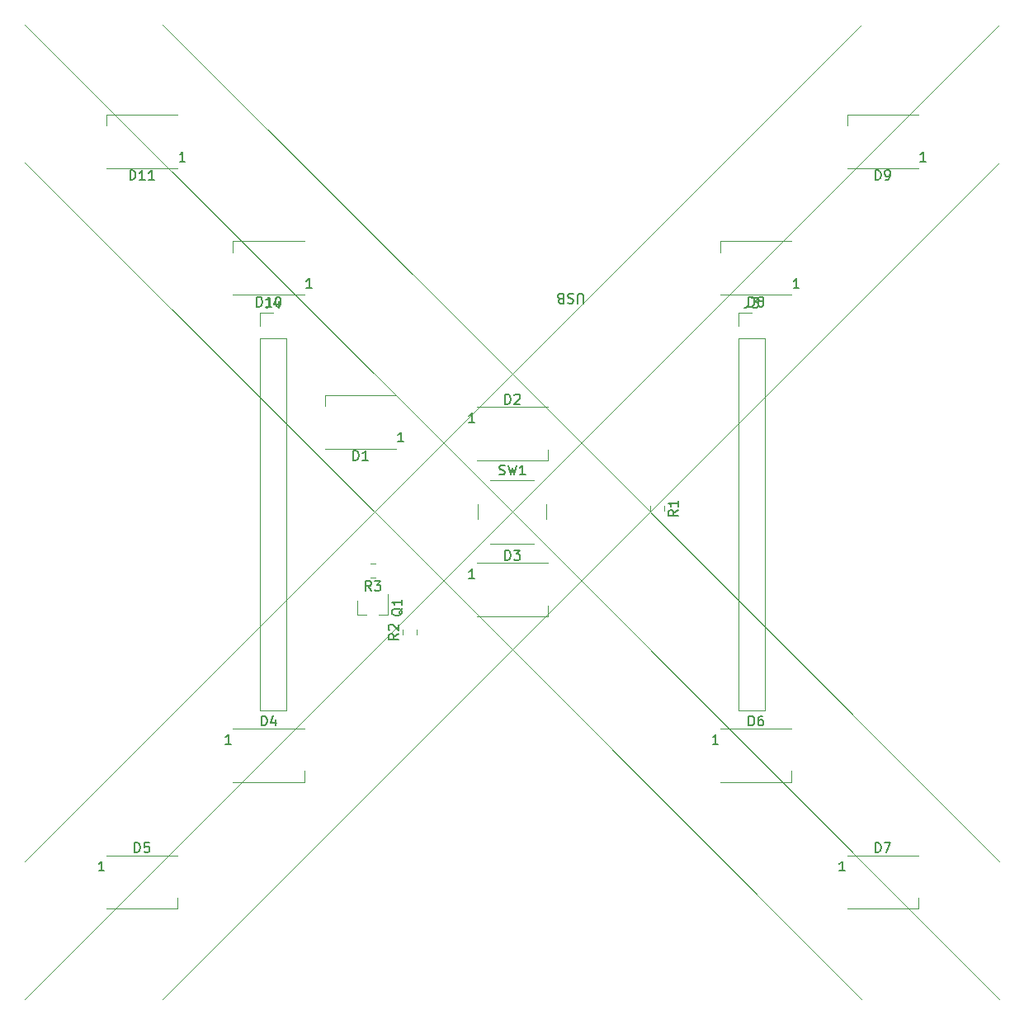
<source format=gbr>
G04 #@! TF.GenerationSoftware,KiCad,Pcbnew,5.1.5+dfsg1-2build2*
G04 #@! TF.CreationDate,2021-03-08T11:08:27-05:00*
G04 #@! TF.ProjectId,leveling_package,6c657665-6c69-46e6-975f-7061636b6167,rev?*
G04 #@! TF.SameCoordinates,Original*
G04 #@! TF.FileFunction,Legend,Top*
G04 #@! TF.FilePolarity,Positive*
%FSLAX46Y46*%
G04 Gerber Fmt 4.6, Leading zero omitted, Abs format (unit mm)*
G04 Created by KiCad (PCBNEW 5.1.5+dfsg1-2build2) date 2021-03-08 11:08:27*
%MOMM*%
%LPD*%
G04 APERTURE LIST*
%ADD10C,0.150000*%
%ADD11C,0.120000*%
G04 APERTURE END LIST*
D10*
X81271904Y-52617619D02*
X81271904Y-51808095D01*
X81224285Y-51712857D01*
X81176666Y-51665238D01*
X81081428Y-51617619D01*
X80890952Y-51617619D01*
X80795714Y-51665238D01*
X80748095Y-51712857D01*
X80700476Y-51808095D01*
X80700476Y-52617619D01*
X80271904Y-51665238D02*
X80129047Y-51617619D01*
X79890952Y-51617619D01*
X79795714Y-51665238D01*
X79748095Y-51712857D01*
X79700476Y-51808095D01*
X79700476Y-51903333D01*
X79748095Y-51998571D01*
X79795714Y-52046190D01*
X79890952Y-52093809D01*
X80081428Y-52141428D01*
X80176666Y-52189047D01*
X80224285Y-52236666D01*
X80271904Y-52331904D01*
X80271904Y-52427142D01*
X80224285Y-52522380D01*
X80176666Y-52570000D01*
X80081428Y-52617619D01*
X79843333Y-52617619D01*
X79700476Y-52570000D01*
X78938571Y-52141428D02*
X78795714Y-52093809D01*
X78748095Y-52046190D01*
X78700476Y-51950952D01*
X78700476Y-51808095D01*
X78748095Y-51712857D01*
X78795714Y-51665238D01*
X78890952Y-51617619D01*
X79271904Y-51617619D01*
X79271904Y-52617619D01*
X78938571Y-52617619D01*
X78843333Y-52570000D01*
X78795714Y-52522380D01*
X78748095Y-52427142D01*
X78748095Y-52331904D01*
X78795714Y-52236666D01*
X78843333Y-52189047D01*
X78938571Y-52141428D01*
X79271904Y-52141428D01*
D11*
X74000000Y-59857860D02*
X124000000Y-109857860D01*
X74000000Y-88142140D02*
X109857860Y-124000000D01*
X74000000Y-74000000D02*
X124000000Y-124000000D01*
X38142140Y-124000000D02*
X74000000Y-88142140D01*
X24000000Y-109857860D02*
X74000000Y-59857860D01*
X24000000Y-124000000D02*
X74000000Y-74000000D01*
X24000000Y-38142140D02*
X74000000Y-88142140D01*
X38142140Y-24000000D02*
X74000000Y-59857860D01*
X24000000Y-24000000D02*
X74000000Y-74000000D01*
X74000000Y-59857860D02*
X109857860Y-24000000D01*
X74000000Y-88142140D02*
X124000000Y-38142140D01*
X74000000Y-74000000D02*
X124000000Y-24000000D01*
X48130000Y-53620000D02*
X49460000Y-53620000D01*
X48130000Y-54950000D02*
X48130000Y-53620000D01*
X48130000Y-56220000D02*
X50790000Y-56220000D01*
X50790000Y-56220000D02*
X50790000Y-94380000D01*
X48130000Y-56220000D02*
X48130000Y-94380000D01*
X48130000Y-94380000D02*
X50790000Y-94380000D01*
X97230000Y-53620000D02*
X98560000Y-53620000D01*
X97230000Y-54950000D02*
X97230000Y-53620000D01*
X97230000Y-56220000D02*
X99890000Y-56220000D01*
X99890000Y-56220000D02*
X99890000Y-94380000D01*
X97230000Y-56220000D02*
X97230000Y-94380000D01*
X97230000Y-94380000D02*
X99890000Y-94380000D01*
X32350000Y-33250000D02*
X32350000Y-34400000D01*
X39650000Y-33250000D02*
X32350000Y-33250000D01*
X39650000Y-38750000D02*
X32350000Y-38750000D01*
X45350000Y-46250000D02*
X45350000Y-47400000D01*
X52650000Y-46250000D02*
X45350000Y-46250000D01*
X52650000Y-51750000D02*
X45350000Y-51750000D01*
X108350000Y-33250000D02*
X108350000Y-34400000D01*
X115650000Y-33250000D02*
X108350000Y-33250000D01*
X115650000Y-38750000D02*
X108350000Y-38750000D01*
X95350000Y-46250000D02*
X95350000Y-47400000D01*
X102650000Y-46250000D02*
X95350000Y-46250000D01*
X102650000Y-51750000D02*
X95350000Y-51750000D01*
X115650000Y-114750000D02*
X115650000Y-113600000D01*
X108350000Y-114750000D02*
X115650000Y-114750000D01*
X108350000Y-109250000D02*
X115650000Y-109250000D01*
X102650000Y-101750000D02*
X102650000Y-100600000D01*
X95350000Y-101750000D02*
X102650000Y-101750000D01*
X95350000Y-96250000D02*
X102650000Y-96250000D01*
X39650000Y-114750000D02*
X39650000Y-113600000D01*
X32350000Y-114750000D02*
X39650000Y-114750000D01*
X32350000Y-109250000D02*
X39650000Y-109250000D01*
X52650000Y-101750000D02*
X52650000Y-100600000D01*
X45350000Y-101750000D02*
X52650000Y-101750000D01*
X45350000Y-96250000D02*
X52650000Y-96250000D01*
X77650000Y-84750000D02*
X77650000Y-83600000D01*
X70350000Y-84750000D02*
X77650000Y-84750000D01*
X70350000Y-79250000D02*
X77650000Y-79250000D01*
X77650000Y-68750000D02*
X77650000Y-67600000D01*
X70350000Y-68750000D02*
X77650000Y-68750000D01*
X70350000Y-63250000D02*
X77650000Y-63250000D01*
X59951252Y-79300000D02*
X59428748Y-79300000D01*
X59951252Y-80720000D02*
X59428748Y-80720000D01*
X64210000Y-86621252D02*
X64210000Y-86098748D01*
X62790000Y-86621252D02*
X62790000Y-86098748D01*
X58110000Y-84580000D02*
X58110000Y-83120000D01*
X61270000Y-84580000D02*
X61270000Y-82420000D01*
X61270000Y-84580000D02*
X60340000Y-84580000D01*
X58110000Y-84580000D02*
X59040000Y-84580000D01*
X88190000Y-73398748D02*
X88190000Y-73921252D01*
X89610000Y-73398748D02*
X89610000Y-73921252D01*
X77500000Y-74750000D02*
X77500000Y-73250000D01*
X76250000Y-70750000D02*
X71750000Y-70750000D01*
X70500000Y-73250000D02*
X70500000Y-74750000D01*
X71750000Y-77250000D02*
X76250000Y-77250000D01*
X54770000Y-62020000D02*
X54770000Y-63170000D01*
X62070000Y-62020000D02*
X54770000Y-62020000D01*
X62070000Y-67520000D02*
X54770000Y-67520000D01*
D10*
X49126666Y-52072380D02*
X49126666Y-52786666D01*
X49079047Y-52929523D01*
X48983809Y-53024761D01*
X48840952Y-53072380D01*
X48745714Y-53072380D01*
X50031428Y-52405714D02*
X50031428Y-53072380D01*
X49793333Y-52024761D02*
X49555238Y-52739047D01*
X50174285Y-52739047D01*
X98226666Y-52072380D02*
X98226666Y-52786666D01*
X98179047Y-52929523D01*
X98083809Y-53024761D01*
X97940952Y-53072380D01*
X97845714Y-53072380D01*
X98607619Y-52072380D02*
X99226666Y-52072380D01*
X98893333Y-52453333D01*
X99036190Y-52453333D01*
X99131428Y-52500952D01*
X99179047Y-52548571D01*
X99226666Y-52643809D01*
X99226666Y-52881904D01*
X99179047Y-52977142D01*
X99131428Y-53024761D01*
X99036190Y-53072380D01*
X98750476Y-53072380D01*
X98655238Y-53024761D01*
X98607619Y-52977142D01*
X34785714Y-39952380D02*
X34785714Y-38952380D01*
X35023809Y-38952380D01*
X35166666Y-39000000D01*
X35261904Y-39095238D01*
X35309523Y-39190476D01*
X35357142Y-39380952D01*
X35357142Y-39523809D01*
X35309523Y-39714285D01*
X35261904Y-39809523D01*
X35166666Y-39904761D01*
X35023809Y-39952380D01*
X34785714Y-39952380D01*
X36309523Y-39952380D02*
X35738095Y-39952380D01*
X36023809Y-39952380D02*
X36023809Y-38952380D01*
X35928571Y-39095238D01*
X35833333Y-39190476D01*
X35738095Y-39238095D01*
X37261904Y-39952380D02*
X36690476Y-39952380D01*
X36976190Y-39952380D02*
X36976190Y-38952380D01*
X36880952Y-39095238D01*
X36785714Y-39190476D01*
X36690476Y-39238095D01*
X40435714Y-38052380D02*
X39864285Y-38052380D01*
X40150000Y-38052380D02*
X40150000Y-37052380D01*
X40054761Y-37195238D01*
X39959523Y-37290476D01*
X39864285Y-37338095D01*
X47785714Y-52952380D02*
X47785714Y-51952380D01*
X48023809Y-51952380D01*
X48166666Y-52000000D01*
X48261904Y-52095238D01*
X48309523Y-52190476D01*
X48357142Y-52380952D01*
X48357142Y-52523809D01*
X48309523Y-52714285D01*
X48261904Y-52809523D01*
X48166666Y-52904761D01*
X48023809Y-52952380D01*
X47785714Y-52952380D01*
X49309523Y-52952380D02*
X48738095Y-52952380D01*
X49023809Y-52952380D02*
X49023809Y-51952380D01*
X48928571Y-52095238D01*
X48833333Y-52190476D01*
X48738095Y-52238095D01*
X49928571Y-51952380D02*
X50023809Y-51952380D01*
X50119047Y-52000000D01*
X50166666Y-52047619D01*
X50214285Y-52142857D01*
X50261904Y-52333333D01*
X50261904Y-52571428D01*
X50214285Y-52761904D01*
X50166666Y-52857142D01*
X50119047Y-52904761D01*
X50023809Y-52952380D01*
X49928571Y-52952380D01*
X49833333Y-52904761D01*
X49785714Y-52857142D01*
X49738095Y-52761904D01*
X49690476Y-52571428D01*
X49690476Y-52333333D01*
X49738095Y-52142857D01*
X49785714Y-52047619D01*
X49833333Y-52000000D01*
X49928571Y-51952380D01*
X53435714Y-51052380D02*
X52864285Y-51052380D01*
X53150000Y-51052380D02*
X53150000Y-50052380D01*
X53054761Y-50195238D01*
X52959523Y-50290476D01*
X52864285Y-50338095D01*
X111261904Y-39952380D02*
X111261904Y-38952380D01*
X111500000Y-38952380D01*
X111642857Y-39000000D01*
X111738095Y-39095238D01*
X111785714Y-39190476D01*
X111833333Y-39380952D01*
X111833333Y-39523809D01*
X111785714Y-39714285D01*
X111738095Y-39809523D01*
X111642857Y-39904761D01*
X111500000Y-39952380D01*
X111261904Y-39952380D01*
X112309523Y-39952380D02*
X112500000Y-39952380D01*
X112595238Y-39904761D01*
X112642857Y-39857142D01*
X112738095Y-39714285D01*
X112785714Y-39523809D01*
X112785714Y-39142857D01*
X112738095Y-39047619D01*
X112690476Y-39000000D01*
X112595238Y-38952380D01*
X112404761Y-38952380D01*
X112309523Y-39000000D01*
X112261904Y-39047619D01*
X112214285Y-39142857D01*
X112214285Y-39380952D01*
X112261904Y-39476190D01*
X112309523Y-39523809D01*
X112404761Y-39571428D01*
X112595238Y-39571428D01*
X112690476Y-39523809D01*
X112738095Y-39476190D01*
X112785714Y-39380952D01*
X116435714Y-38052380D02*
X115864285Y-38052380D01*
X116150000Y-38052380D02*
X116150000Y-37052380D01*
X116054761Y-37195238D01*
X115959523Y-37290476D01*
X115864285Y-37338095D01*
X98261904Y-52952380D02*
X98261904Y-51952380D01*
X98500000Y-51952380D01*
X98642857Y-52000000D01*
X98738095Y-52095238D01*
X98785714Y-52190476D01*
X98833333Y-52380952D01*
X98833333Y-52523809D01*
X98785714Y-52714285D01*
X98738095Y-52809523D01*
X98642857Y-52904761D01*
X98500000Y-52952380D01*
X98261904Y-52952380D01*
X99404761Y-52380952D02*
X99309523Y-52333333D01*
X99261904Y-52285714D01*
X99214285Y-52190476D01*
X99214285Y-52142857D01*
X99261904Y-52047619D01*
X99309523Y-52000000D01*
X99404761Y-51952380D01*
X99595238Y-51952380D01*
X99690476Y-52000000D01*
X99738095Y-52047619D01*
X99785714Y-52142857D01*
X99785714Y-52190476D01*
X99738095Y-52285714D01*
X99690476Y-52333333D01*
X99595238Y-52380952D01*
X99404761Y-52380952D01*
X99309523Y-52428571D01*
X99261904Y-52476190D01*
X99214285Y-52571428D01*
X99214285Y-52761904D01*
X99261904Y-52857142D01*
X99309523Y-52904761D01*
X99404761Y-52952380D01*
X99595238Y-52952380D01*
X99690476Y-52904761D01*
X99738095Y-52857142D01*
X99785714Y-52761904D01*
X99785714Y-52571428D01*
X99738095Y-52476190D01*
X99690476Y-52428571D01*
X99595238Y-52380952D01*
X103435714Y-51052380D02*
X102864285Y-51052380D01*
X103150000Y-51052380D02*
X103150000Y-50052380D01*
X103054761Y-50195238D01*
X102959523Y-50290476D01*
X102864285Y-50338095D01*
X111261904Y-108952380D02*
X111261904Y-107952380D01*
X111500000Y-107952380D01*
X111642857Y-108000000D01*
X111738095Y-108095238D01*
X111785714Y-108190476D01*
X111833333Y-108380952D01*
X111833333Y-108523809D01*
X111785714Y-108714285D01*
X111738095Y-108809523D01*
X111642857Y-108904761D01*
X111500000Y-108952380D01*
X111261904Y-108952380D01*
X112166666Y-107952380D02*
X112833333Y-107952380D01*
X112404761Y-108952380D01*
X108135714Y-110852380D02*
X107564285Y-110852380D01*
X107850000Y-110852380D02*
X107850000Y-109852380D01*
X107754761Y-109995238D01*
X107659523Y-110090476D01*
X107564285Y-110138095D01*
X98261904Y-95952380D02*
X98261904Y-94952380D01*
X98500000Y-94952380D01*
X98642857Y-95000000D01*
X98738095Y-95095238D01*
X98785714Y-95190476D01*
X98833333Y-95380952D01*
X98833333Y-95523809D01*
X98785714Y-95714285D01*
X98738095Y-95809523D01*
X98642857Y-95904761D01*
X98500000Y-95952380D01*
X98261904Y-95952380D01*
X99690476Y-94952380D02*
X99500000Y-94952380D01*
X99404761Y-95000000D01*
X99357142Y-95047619D01*
X99261904Y-95190476D01*
X99214285Y-95380952D01*
X99214285Y-95761904D01*
X99261904Y-95857142D01*
X99309523Y-95904761D01*
X99404761Y-95952380D01*
X99595238Y-95952380D01*
X99690476Y-95904761D01*
X99738095Y-95857142D01*
X99785714Y-95761904D01*
X99785714Y-95523809D01*
X99738095Y-95428571D01*
X99690476Y-95380952D01*
X99595238Y-95333333D01*
X99404761Y-95333333D01*
X99309523Y-95380952D01*
X99261904Y-95428571D01*
X99214285Y-95523809D01*
X95135714Y-97852380D02*
X94564285Y-97852380D01*
X94850000Y-97852380D02*
X94850000Y-96852380D01*
X94754761Y-96995238D01*
X94659523Y-97090476D01*
X94564285Y-97138095D01*
X35261904Y-108952380D02*
X35261904Y-107952380D01*
X35500000Y-107952380D01*
X35642857Y-108000000D01*
X35738095Y-108095238D01*
X35785714Y-108190476D01*
X35833333Y-108380952D01*
X35833333Y-108523809D01*
X35785714Y-108714285D01*
X35738095Y-108809523D01*
X35642857Y-108904761D01*
X35500000Y-108952380D01*
X35261904Y-108952380D01*
X36738095Y-107952380D02*
X36261904Y-107952380D01*
X36214285Y-108428571D01*
X36261904Y-108380952D01*
X36357142Y-108333333D01*
X36595238Y-108333333D01*
X36690476Y-108380952D01*
X36738095Y-108428571D01*
X36785714Y-108523809D01*
X36785714Y-108761904D01*
X36738095Y-108857142D01*
X36690476Y-108904761D01*
X36595238Y-108952380D01*
X36357142Y-108952380D01*
X36261904Y-108904761D01*
X36214285Y-108857142D01*
X32135714Y-110852380D02*
X31564285Y-110852380D01*
X31850000Y-110852380D02*
X31850000Y-109852380D01*
X31754761Y-109995238D01*
X31659523Y-110090476D01*
X31564285Y-110138095D01*
X48261904Y-95952380D02*
X48261904Y-94952380D01*
X48500000Y-94952380D01*
X48642857Y-95000000D01*
X48738095Y-95095238D01*
X48785714Y-95190476D01*
X48833333Y-95380952D01*
X48833333Y-95523809D01*
X48785714Y-95714285D01*
X48738095Y-95809523D01*
X48642857Y-95904761D01*
X48500000Y-95952380D01*
X48261904Y-95952380D01*
X49690476Y-95285714D02*
X49690476Y-95952380D01*
X49452380Y-94904761D02*
X49214285Y-95619047D01*
X49833333Y-95619047D01*
X45135714Y-97852380D02*
X44564285Y-97852380D01*
X44850000Y-97852380D02*
X44850000Y-96852380D01*
X44754761Y-96995238D01*
X44659523Y-97090476D01*
X44564285Y-97138095D01*
X73261904Y-78952380D02*
X73261904Y-77952380D01*
X73500000Y-77952380D01*
X73642857Y-78000000D01*
X73738095Y-78095238D01*
X73785714Y-78190476D01*
X73833333Y-78380952D01*
X73833333Y-78523809D01*
X73785714Y-78714285D01*
X73738095Y-78809523D01*
X73642857Y-78904761D01*
X73500000Y-78952380D01*
X73261904Y-78952380D01*
X74166666Y-77952380D02*
X74785714Y-77952380D01*
X74452380Y-78333333D01*
X74595238Y-78333333D01*
X74690476Y-78380952D01*
X74738095Y-78428571D01*
X74785714Y-78523809D01*
X74785714Y-78761904D01*
X74738095Y-78857142D01*
X74690476Y-78904761D01*
X74595238Y-78952380D01*
X74309523Y-78952380D01*
X74214285Y-78904761D01*
X74166666Y-78857142D01*
X70135714Y-80852380D02*
X69564285Y-80852380D01*
X69850000Y-80852380D02*
X69850000Y-79852380D01*
X69754761Y-79995238D01*
X69659523Y-80090476D01*
X69564285Y-80138095D01*
X73261904Y-62952380D02*
X73261904Y-61952380D01*
X73500000Y-61952380D01*
X73642857Y-62000000D01*
X73738095Y-62095238D01*
X73785714Y-62190476D01*
X73833333Y-62380952D01*
X73833333Y-62523809D01*
X73785714Y-62714285D01*
X73738095Y-62809523D01*
X73642857Y-62904761D01*
X73500000Y-62952380D01*
X73261904Y-62952380D01*
X74214285Y-62047619D02*
X74261904Y-62000000D01*
X74357142Y-61952380D01*
X74595238Y-61952380D01*
X74690476Y-62000000D01*
X74738095Y-62047619D01*
X74785714Y-62142857D01*
X74785714Y-62238095D01*
X74738095Y-62380952D01*
X74166666Y-62952380D01*
X74785714Y-62952380D01*
X70135714Y-64852380D02*
X69564285Y-64852380D01*
X69850000Y-64852380D02*
X69850000Y-63852380D01*
X69754761Y-63995238D01*
X69659523Y-64090476D01*
X69564285Y-64138095D01*
X59523333Y-82112380D02*
X59190000Y-81636190D01*
X58951904Y-82112380D02*
X58951904Y-81112380D01*
X59332857Y-81112380D01*
X59428095Y-81160000D01*
X59475714Y-81207619D01*
X59523333Y-81302857D01*
X59523333Y-81445714D01*
X59475714Y-81540952D01*
X59428095Y-81588571D01*
X59332857Y-81636190D01*
X58951904Y-81636190D01*
X59856666Y-81112380D02*
X60475714Y-81112380D01*
X60142380Y-81493333D01*
X60285238Y-81493333D01*
X60380476Y-81540952D01*
X60428095Y-81588571D01*
X60475714Y-81683809D01*
X60475714Y-81921904D01*
X60428095Y-82017142D01*
X60380476Y-82064761D01*
X60285238Y-82112380D01*
X59999523Y-82112380D01*
X59904285Y-82064761D01*
X59856666Y-82017142D01*
X62302380Y-86526666D02*
X61826190Y-86860000D01*
X62302380Y-87098095D02*
X61302380Y-87098095D01*
X61302380Y-86717142D01*
X61350000Y-86621904D01*
X61397619Y-86574285D01*
X61492857Y-86526666D01*
X61635714Y-86526666D01*
X61730952Y-86574285D01*
X61778571Y-86621904D01*
X61826190Y-86717142D01*
X61826190Y-87098095D01*
X61397619Y-86145714D02*
X61350000Y-86098095D01*
X61302380Y-86002857D01*
X61302380Y-85764761D01*
X61350000Y-85669523D01*
X61397619Y-85621904D01*
X61492857Y-85574285D01*
X61588095Y-85574285D01*
X61730952Y-85621904D01*
X62302380Y-86193333D01*
X62302380Y-85574285D01*
X62737619Y-83915238D02*
X62690000Y-84010476D01*
X62594761Y-84105714D01*
X62451904Y-84248571D01*
X62404285Y-84343809D01*
X62404285Y-84439047D01*
X62642380Y-84391428D02*
X62594761Y-84486666D01*
X62499523Y-84581904D01*
X62309047Y-84629523D01*
X61975714Y-84629523D01*
X61785238Y-84581904D01*
X61690000Y-84486666D01*
X61642380Y-84391428D01*
X61642380Y-84200952D01*
X61690000Y-84105714D01*
X61785238Y-84010476D01*
X61975714Y-83962857D01*
X62309047Y-83962857D01*
X62499523Y-84010476D01*
X62594761Y-84105714D01*
X62642380Y-84200952D01*
X62642380Y-84391428D01*
X62642380Y-83010476D02*
X62642380Y-83581904D01*
X62642380Y-83296190D02*
X61642380Y-83296190D01*
X61785238Y-83391428D01*
X61880476Y-83486666D01*
X61928095Y-83581904D01*
X91002380Y-73826666D02*
X90526190Y-74160000D01*
X91002380Y-74398095D02*
X90002380Y-74398095D01*
X90002380Y-74017142D01*
X90050000Y-73921904D01*
X90097619Y-73874285D01*
X90192857Y-73826666D01*
X90335714Y-73826666D01*
X90430952Y-73874285D01*
X90478571Y-73921904D01*
X90526190Y-74017142D01*
X90526190Y-74398095D01*
X91002380Y-72874285D02*
X91002380Y-73445714D01*
X91002380Y-73160000D02*
X90002380Y-73160000D01*
X90145238Y-73255238D01*
X90240476Y-73350476D01*
X90288095Y-73445714D01*
X72666666Y-70154761D02*
X72809523Y-70202380D01*
X73047619Y-70202380D01*
X73142857Y-70154761D01*
X73190476Y-70107142D01*
X73238095Y-70011904D01*
X73238095Y-69916666D01*
X73190476Y-69821428D01*
X73142857Y-69773809D01*
X73047619Y-69726190D01*
X72857142Y-69678571D01*
X72761904Y-69630952D01*
X72714285Y-69583333D01*
X72666666Y-69488095D01*
X72666666Y-69392857D01*
X72714285Y-69297619D01*
X72761904Y-69250000D01*
X72857142Y-69202380D01*
X73095238Y-69202380D01*
X73238095Y-69250000D01*
X73571428Y-69202380D02*
X73809523Y-70202380D01*
X74000000Y-69488095D01*
X74190476Y-70202380D01*
X74428571Y-69202380D01*
X75333333Y-70202380D02*
X74761904Y-70202380D01*
X75047619Y-70202380D02*
X75047619Y-69202380D01*
X74952380Y-69345238D01*
X74857142Y-69440476D01*
X74761904Y-69488095D01*
X57681904Y-68722380D02*
X57681904Y-67722380D01*
X57920000Y-67722380D01*
X58062857Y-67770000D01*
X58158095Y-67865238D01*
X58205714Y-67960476D01*
X58253333Y-68150952D01*
X58253333Y-68293809D01*
X58205714Y-68484285D01*
X58158095Y-68579523D01*
X58062857Y-68674761D01*
X57920000Y-68722380D01*
X57681904Y-68722380D01*
X59205714Y-68722380D02*
X58634285Y-68722380D01*
X58920000Y-68722380D02*
X58920000Y-67722380D01*
X58824761Y-67865238D01*
X58729523Y-67960476D01*
X58634285Y-68008095D01*
X62855714Y-66822380D02*
X62284285Y-66822380D01*
X62570000Y-66822380D02*
X62570000Y-65822380D01*
X62474761Y-65965238D01*
X62379523Y-66060476D01*
X62284285Y-66108095D01*
M02*

</source>
